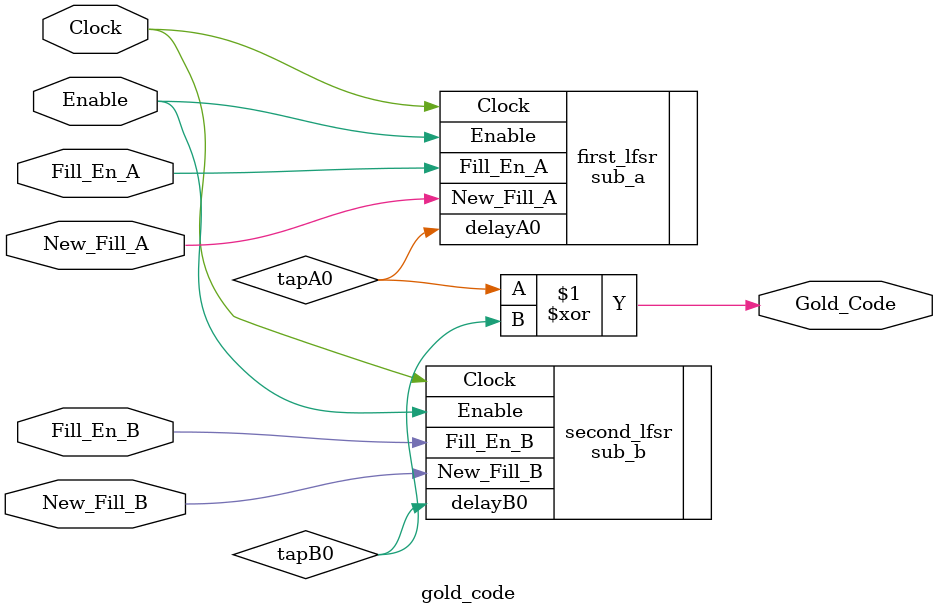
<source format=v>
module gold_code (Clock, Enable, Fill_En_A, Fill_En_B, New_Fill_A, New_Fill_B, Gold_Code);

input Clock;
input Enable;
input Fill_En_A;
input New_Fill_A;
input New_Fill_B;
input Fill_En_B;

output Gold_Code;

wire tapA0;
wire tapB0;

sub_a first_lfsr (.Clock(Clock), .Enable(Enable), .Fill_En_A(Fill_En_A), .New_Fill_A(New_Fill_A),
		.delayA0(tapA0));

sub_b second_lfsr (.Clock(Clock), .Enable(Enable), .Fill_En_B(Fill_En_B), .New_Fill_B(New_Fill_B),
		.delayB0(tapB0));

assign Gold_Code = tapA0 ^ tapB0;

endmodule

</source>
